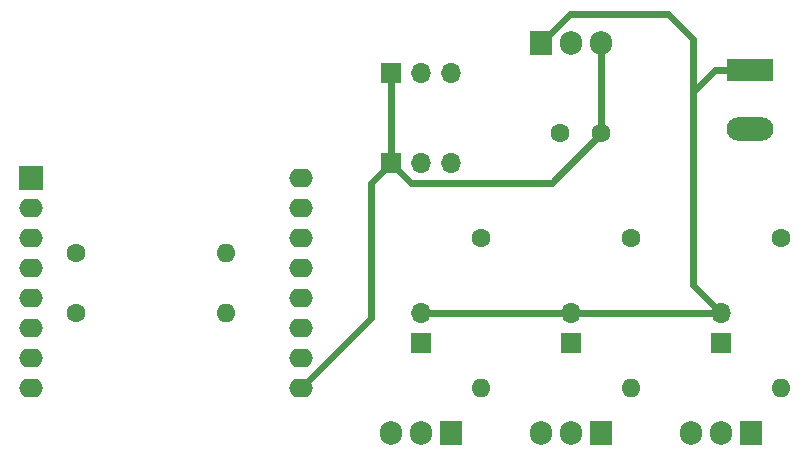
<source format=gbr>
%TF.GenerationSoftware,KiCad,Pcbnew,(6.0.5)*%
%TF.CreationDate,2022-06-05T14:33:09+07:00*%
%TF.ProjectId,timer,74696d65-722e-46b6-9963-61645f706362,rev?*%
%TF.SameCoordinates,Original*%
%TF.FileFunction,Copper,L1,Top*%
%TF.FilePolarity,Positive*%
%FSLAX46Y46*%
G04 Gerber Fmt 4.6, Leading zero omitted, Abs format (unit mm)*
G04 Created by KiCad (PCBNEW (6.0.5)) date 2022-06-05 14:33:09*
%MOMM*%
%LPD*%
G01*
G04 APERTURE LIST*
%TA.AperFunction,ComponentPad*%
%ADD10C,1.600000*%
%TD*%
%TA.AperFunction,ComponentPad*%
%ADD11O,1.600000X1.600000*%
%TD*%
%TA.AperFunction,ComponentPad*%
%ADD12R,3.960000X1.980000*%
%TD*%
%TA.AperFunction,ComponentPad*%
%ADD13O,3.960000X1.980000*%
%TD*%
%TA.AperFunction,ComponentPad*%
%ADD14R,1.905000X2.000000*%
%TD*%
%TA.AperFunction,ComponentPad*%
%ADD15O,1.905000X2.000000*%
%TD*%
%TA.AperFunction,ComponentPad*%
%ADD16R,1.700000X1.700000*%
%TD*%
%TA.AperFunction,ComponentPad*%
%ADD17O,1.700000X1.700000*%
%TD*%
%TA.AperFunction,ComponentPad*%
%ADD18R,2.000000X2.000000*%
%TD*%
%TA.AperFunction,ComponentPad*%
%ADD19O,2.000000X1.600000*%
%TD*%
%TA.AperFunction,Conductor*%
%ADD20C,0.600000*%
%TD*%
G04 APERTURE END LIST*
D10*
%TO.P,R5,1*%
%TO.N,/O2*%
X97790000Y-109220000D03*
D11*
%TO.P,R5,2*%
%TO.N,Net-(J2-Pad2)*%
X110490000Y-109220000D03*
%TD*%
D12*
%TO.P,Input1,1,Pin_1*%
%TO.N,/Vin*%
X154870000Y-88580000D03*
D13*
%TO.P,Input1,2,Pin_2*%
%TO.N,GND*%
X154870000Y-93580000D03*
%TD*%
D14*
%TO.P,Q1,1,B*%
%TO.N,Net-(Q1-Pad1)*%
X154940000Y-119380000D03*
D15*
%TO.P,Q1,2,C*%
%TO.N,/L1*%
X152400000Y-119380000D03*
%TO.P,Q1,3,E*%
%TO.N,GND*%
X149860000Y-119380000D03*
%TD*%
D14*
%TO.P,Q2,1,B*%
%TO.N,Net-(Q2-Pad1)*%
X129540000Y-119380000D03*
D15*
%TO.P,Q2,2,C*%
%TO.N,/L2*%
X127000000Y-119380000D03*
%TO.P,Q2,3,E*%
%TO.N,GND*%
X124460000Y-119380000D03*
%TD*%
D16*
%TO.P,LA3,1,-*%
%TO.N,/L3*%
X139650000Y-111760000D03*
D17*
%TO.P,LA3,2,+*%
%TO.N,/Vin*%
X139650000Y-109220000D03*
%TD*%
D18*
%TO.P,U2,1,~{RST}*%
%TO.N,unconnected-(U2-Pad1)*%
X93980000Y-97790000D03*
D19*
%TO.P,U2,2,A0*%
%TO.N,unconnected-(U2-Pad2)*%
X93980000Y-100330000D03*
%TO.P,U2,3,D0*%
%TO.N,unconnected-(U2-Pad3)*%
X93980000Y-102870000D03*
%TO.P,U2,4,SCK/D5*%
%TO.N,/O1*%
X93980000Y-105410000D03*
%TO.P,U2,5,MISO/D6*%
%TO.N,/O2*%
X93980000Y-107950000D03*
%TO.P,U2,6,MOSI/D7*%
%TO.N,unconnected-(U2-Pad6)*%
X93980000Y-110490000D03*
%TO.P,U2,7,CS/D8*%
%TO.N,unconnected-(U2-Pad7)*%
X93980000Y-113030000D03*
%TO.P,U2,8,3V3*%
%TO.N,unconnected-(U2-Pad8)*%
X93980000Y-115570000D03*
%TO.P,U2,9,5V*%
%TO.N,+5V*%
X116840000Y-115570000D03*
%TO.P,U2,10,GND*%
%TO.N,GND*%
X116840000Y-113030000D03*
%TO.P,U2,11,D4*%
%TO.N,/D4*%
X116840000Y-110490000D03*
%TO.P,U2,12,D3*%
%TO.N,/D3*%
X116840000Y-107950000D03*
%TO.P,U2,13,SDA/D2*%
%TO.N,/D2*%
X116840000Y-105410000D03*
%TO.P,U2,14,SCL/D1*%
%TO.N,unconnected-(U2-Pad14)*%
X116840000Y-102870000D03*
%TO.P,U2,15,RX*%
%TO.N,unconnected-(U2-Pad15)*%
X116840000Y-100330000D03*
%TO.P,U2,16,TX*%
%TO.N,unconnected-(U2-Pad16)*%
X116840000Y-97790000D03*
%TD*%
D16*
%TO.P,J1,1,Pin_1*%
%TO.N,+5V*%
X124460000Y-88900000D03*
D17*
%TO.P,J1,2,Pin_2*%
%TO.N,Net-(J1-Pad2)*%
X127000000Y-88900000D03*
%TO.P,J1,3,Pin_3*%
%TO.N,GND*%
X129540000Y-88900000D03*
%TD*%
D16*
%TO.P,LA2,1,-*%
%TO.N,/L2*%
X127000000Y-111760000D03*
D17*
%TO.P,LA2,2,+*%
%TO.N,/Vin*%
X127000000Y-109220000D03*
%TD*%
D10*
%TO.P,C1,1*%
%TO.N,+5V*%
X142240000Y-93980000D03*
%TO.P,C1,2*%
%TO.N,GND*%
X138740000Y-93980000D03*
%TD*%
%TO.P,R3,1*%
%TO.N,/D4*%
X144780000Y-102870000D03*
D11*
%TO.P,R3,2*%
%TO.N,Net-(Q3-Pad1)*%
X144780000Y-115570000D03*
%TD*%
D10*
%TO.P,R4,1*%
%TO.N,/O1*%
X97790000Y-104140000D03*
D11*
%TO.P,R4,2*%
%TO.N,Net-(J1-Pad2)*%
X110490000Y-104140000D03*
%TD*%
D14*
%TO.P,U1,1,VI*%
%TO.N,/Vin*%
X137160000Y-86360000D03*
D15*
%TO.P,U1,2,GND*%
%TO.N,GND*%
X139700000Y-86360000D03*
%TO.P,U1,3,VO*%
%TO.N,+5V*%
X142240000Y-86360000D03*
%TD*%
D16*
%TO.P,J2,1,Pin_1*%
%TO.N,+5V*%
X124460000Y-96520000D03*
D17*
%TO.P,J2,2,Pin_2*%
%TO.N,Net-(J2-Pad2)*%
X127000000Y-96520000D03*
%TO.P,J2,3,Pin_3*%
%TO.N,GND*%
X129540000Y-96520000D03*
%TD*%
D14*
%TO.P,Q3,1,B*%
%TO.N,Net-(Q3-Pad1)*%
X142240000Y-119380000D03*
D15*
%TO.P,Q3,2,C*%
%TO.N,/L3*%
X139700000Y-119380000D03*
%TO.P,Q3,3,E*%
%TO.N,GND*%
X137160000Y-119380000D03*
%TD*%
D10*
%TO.P,R1,1*%
%TO.N,/D2*%
X157480000Y-102870000D03*
D11*
%TO.P,R1,2*%
%TO.N,Net-(Q1-Pad1)*%
X157480000Y-115570000D03*
%TD*%
D16*
%TO.P,LA1,1,-*%
%TO.N,/L1*%
X152400000Y-111760000D03*
D17*
%TO.P,LA1,2,+*%
%TO.N,/Vin*%
X152400000Y-109220000D03*
%TD*%
D10*
%TO.P,R2,1*%
%TO.N,/D3*%
X132080000Y-102870000D03*
D11*
%TO.P,R2,2*%
%TO.N,Net-(Q2-Pad1)*%
X132080000Y-115570000D03*
%TD*%
D20*
%TO.N,+5V*%
X124460000Y-96520000D02*
X126109511Y-98169511D01*
X122760000Y-109650000D02*
X116840000Y-115570000D01*
X138050489Y-98169511D02*
X142240000Y-93980000D01*
X122760000Y-98220000D02*
X122760000Y-109650000D01*
X126109511Y-98169511D02*
X138050489Y-98169511D01*
X124460000Y-96520000D02*
X122760000Y-98220000D01*
X124460000Y-96520000D02*
X124460000Y-88900000D01*
X142240000Y-93980000D02*
X142240000Y-86360000D01*
%TO.N,/Vin*%
X149980000Y-92980000D02*
X149980000Y-90500000D01*
X149980000Y-92980000D02*
X149980000Y-106800000D01*
X127000000Y-109220000D02*
X139650000Y-109220000D01*
X139610000Y-83910000D02*
X137160000Y-86360000D01*
X147900000Y-83910000D02*
X139610000Y-83910000D01*
X149980000Y-92980000D02*
X149980000Y-85990000D01*
X152400000Y-109220000D02*
X139650000Y-109220000D01*
X149980000Y-106800000D02*
X152400000Y-109220000D01*
X151900000Y-88580000D02*
X154870000Y-88580000D01*
X149980000Y-85990000D02*
X147900000Y-83910000D01*
X149980000Y-90500000D02*
X151900000Y-88580000D01*
%TD*%
M02*

</source>
